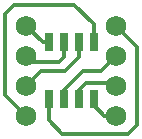
<source format=gbr>
%TF.GenerationSoftware,KiCad,Pcbnew,5.1.9*%
%TF.CreationDate,2021-04-01T11:34:07+02:00*%
%TF.ProjectId,8soic-adapter,38736f69-632d-4616-9461-707465722e6b,rev?*%
%TF.SameCoordinates,PX14d5020PY1b5f530*%
%TF.FileFunction,Copper,L2,Bot*%
%TF.FilePolarity,Positive*%
%FSLAX46Y46*%
G04 Gerber Fmt 4.6, Leading zero omitted, Abs format (unit mm)*
G04 Created by KiCad (PCBNEW 5.1.9) date 2021-04-01 11:34:07*
%MOMM*%
%LPD*%
G01*
G04 APERTURE LIST*
%TA.AperFunction,ComponentPad*%
%ADD10C,1.750000*%
%TD*%
%TA.AperFunction,SMDPad,CuDef*%
%ADD11R,0.800000X1.600000*%
%TD*%
%TA.AperFunction,Conductor*%
%ADD12C,0.300000*%
%TD*%
G04 APERTURE END LIST*
D10*
%TO.P,REF\u002A\u002A,2*%
%TO.N,N/C*%
X2286000Y7112000D03*
%TO.P,REF\u002A\u002A,1*%
X2286000Y9652000D03*
%TO.P,REF\u002A\u002A,8*%
X9906000Y9652000D03*
%TO.P,REF\u002A\u002A,7*%
X9906000Y7112000D03*
%TO.P,REF\u002A\u002A,6*%
X9906000Y4572000D03*
%TO.P,REF\u002A\u002A,5*%
X9906000Y2032000D03*
%TO.P,REF\u002A\u002A,4*%
X2286000Y2032000D03*
%TO.P,REF\u002A\u002A,3*%
X2286000Y4572000D03*
D11*
%TO.P,REF\u002A\u002A,1*%
X4191000Y8255000D03*
%TO.P,REF\u002A\u002A,2*%
X5461000Y8255000D03*
%TO.P,REF\u002A\u002A,3*%
X6731000Y8255000D03*
%TO.P,REF\u002A\u002A,4*%
X8001000Y8255000D03*
%TO.P,REF\u002A\u002A,7*%
X5461000Y3429000D03*
%TO.P,REF\u002A\u002A,6*%
X6731000Y3429000D03*
%TO.P,REF\u002A\u002A,8*%
X4191000Y3429000D03*
%TO.P,REF\u002A\u002A,5*%
X8001000Y3429000D03*
%TD*%
D12*
%TO.N,*%
X3683000Y8255000D02*
X2286000Y9652000D01*
X4191000Y8255000D02*
X3683000Y8255000D01*
X5461000Y8255000D02*
X5461000Y6985000D01*
X5461000Y6985000D02*
X5080000Y6604000D01*
X2794000Y6604000D02*
X2286000Y7112000D01*
X5080000Y6604000D02*
X2794000Y6604000D01*
X6731000Y8255000D02*
X6731000Y6985000D01*
X6731000Y6985000D02*
X5588000Y5842000D01*
X3556000Y5842000D02*
X2286000Y4572000D01*
X5588000Y5842000D02*
X3556000Y5842000D01*
X8636000Y5842000D02*
X9906000Y7112000D01*
X7112000Y5842000D02*
X8636000Y5842000D01*
X5461000Y4191000D02*
X7112000Y5842000D01*
X5461000Y3429000D02*
X5461000Y4191000D01*
X6731000Y3429000D02*
X6731000Y4191000D01*
X6731000Y4191000D02*
X7366000Y4826000D01*
X9652000Y4826000D02*
X9906000Y4572000D01*
X7366000Y4826000D02*
X9652000Y4826000D01*
X8001000Y3429000D02*
X8001000Y2921000D01*
X8890000Y2032000D02*
X9906000Y2032000D01*
X8001000Y2921000D02*
X8890000Y2032000D01*
X4191000Y3429000D02*
X4191000Y1651000D01*
X4191000Y1651000D02*
X5334000Y508000D01*
X5334000Y508000D02*
X10922000Y508000D01*
X10922000Y508000D02*
X11684000Y1270000D01*
X11684000Y7874000D02*
X9906000Y9652000D01*
X11684000Y1270000D02*
X11684000Y7874000D01*
X8001000Y8255000D02*
X8001000Y9779000D01*
X8001000Y9779000D02*
X6350000Y11430000D01*
X6350000Y11430000D02*
X1270000Y11430000D01*
X1270000Y11430000D02*
X508000Y10668000D01*
X508000Y3810000D02*
X2286000Y2032000D01*
X508000Y10668000D02*
X508000Y3810000D01*
%TD*%
M02*

</source>
